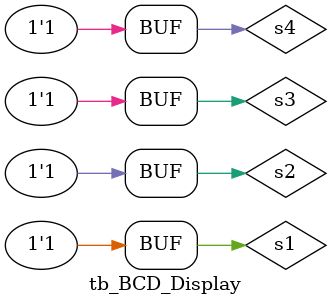
<source format=v>
`timescale 1ns / 1ps

module tb_BCD_Display;

    reg s1;
    reg s2;
    reg s3;
    reg s4;
    wire a;
    wire b;
    wire c;
    wire d;
    wire e;
    wire f;
    wire g;
    wire AN0;
    wire AN1;
    wire AN2;
    wire AN3;
    
    BCD_Display uut(
      .s1(s1),
      .s2(s2),
      .s3(s3),
      .s4(s4),
      .a(a),
      .b(b),
      .c(c),
      .d(d),
      .e(e),
      .f(f),
      .g(g),
      .AN0(AN0),
      .AN1(AN1),
      .AN2(AN2),
      .AN3(AN3)   
    );
    
    initial begin
    
        s1 = 0;
        s2 = 0;
        s3 = 0;
        s4 = 0;
        
        #50
        
        s1 = 0;
        s2 = 0;
        s3 = 0;
        s4 = 0;
        #50
        if ( s1 != 1'b0 || s2 != 1'b0 || s3 != 1'b0 || s4 != 1'b0 || a != 1'b1 || b != 1'b1 || c != 1'b1 || d != 1'b1 || e != 1'b1 || f != 1'b1 || g != 1'b0 )
            $display ("Result is wrong");
            
        s1 = 0;
        s2 = 0;
        s3 = 0;
        s4 = 1;
        #50
        if ( s1 != 1'b0 || s2 != 1'b0 || s3 != 1'b0 || s4 != 1'b1 || a != 1'b0 || b != 1'b1 || c != 1'b1 || d != 1'b0 || e != 1'b0 || f != 1'b0 || g != 1'b0 )
            $display ("Result is wrong");  
        
         s1 = 0;
         s2 = 0;
         s3 = 1;
         s4 = 0;
         #50
         if ( s1 != 1'b0 || s2 != 1'b0 || s3 != 1'b1 || s4 != 1'b0 || a != 1'b1 || b != 1'b1 || c != 1'b0 || d != 1'b1 || e != 1'b1 || f != 1'b0 || g != 1'b1 )
              $display ("Result is wrong");           
         
         s1 = 0;
         s2 = 0;
         s3 = 1;
         s4 = 1;
         #50
         if ( s1 != 1'b0 || s2 != 1'b0 || s3 != 1'b1 || s4 != 1'b1 || a != 1'b1 || b != 1'b1 || c != 1'b1 || d != 1'b1 || e != 1'b0 || f != 1'b0 || g != 1'b1 )
              $display ("Result is wrong");  
        
         s1 = 0;
         s2 = 1;
         s3 = 0;
         s4 = 0;
         #50
         if ( s1 != 1'b0 || s2 != 1'b1 || s3 != 1'b0 || s4 != 1'b0 || a != 1'b0 || b != 1'b1 || c != 1'b1 || d != 1'b0 || e != 1'b0 || f != 1'b1 || g != 1'b1 )
                $display ("Result is wrong"); 
                           
         s1 = 0;
         s2 = 1;
         s3 = 0;
         s4 = 1;
         #50
         if ( s1 != 1'b0 || s2 != 1'b1 || s3 != 1'b0 || s4 != 1'b1 || a != 1'b1 || b != 1'b0 || c != 1'b1 || d != 1'b1 || e != 1'b0 || f != 1'b1 || g != 1'b1 )
                $display ("Result is wrong");
                                        
                                        
         s1 = 0;
         s2 = 1;
         s3 = 1;
         s4 = 0;
         #50
         if ( s1 != 1'b0 || s2 != 1'b1 || s3 != 1'b1 || s4 != 1'b0 || a != 1'b1 || b != 1'b0 || c != 1'b1 || d != 1'b1 || e != 1'b1 || f != 1'b1 || g != 1'b1 )
             $display ("Result is wrong");                             
             
         s1 = 0;
         s2 = 1;
         s3 = 1;
         s4 = 1;
         #50
         if ( s1 != 1'b0 || s2 != 1'b1 || s3 != 1'b1 || s4 != 1'b1 || a != 1'b1 || b != 1'b1 || c != 1'b1 || d != 1'b0 || e != 1'b0 || f != 1'b0 || g != 1'b0 )
            $display ("Result is wrong"); 
         
         s1 = 1;
         s2 = 0;
         s3 = 0;
         s4 = 0;
         #50
         if ( s1 != 1'b1 || s2 != 1'b0 || s3 != 1'b0 || s4 != 1'b0 || a != 1'b1 || b != 1'b1 || c != 1'b1 || d != 1'b1 || e != 1'b1 || f != 1'b1 || g != 1'b1 )
            $display ("Result is wrong");     
            
         s1 = 1;
         s2 = 0;
         s3 = 0;
         s4 = 1;
         #50
         if ( s1 != 1'b1 || s2 != 1'b0 || s3 != 1'b0 || s4 != 1'b1 || a != 1'b1 || b != 1'b1 || c != 1'b1 || d != 1'b0 || e != 1'b0 || f != 1'b1 || g != 1'b1 )
            $display ("Result is wrong");
            
         s1 = 1;
         s2 = 0;
         s3 = 1;
         s4 = 0;
         #50
         if ( s1 != 1'b1 || s2 != 1'b0 || s3 != 1'b1 || s4 != 1'b0 || a != 1'b0 || b != 1'b0 || c != 1'b0 || d != 1'b0 || e != 1'b0 || f != 1'b0 || g != 1'b0 )
            $display ("Result is wrong"); 
                      
                      
        s1 = 1;
        s2 = 0;
        s3 = 1;
        s4 = 1;
        #50
        if ( s1 != 1'b1 || s2 != 1'b0 || s3 != 1'b1 || s4 != 1'b0 || a != 1'b0 || b != 1'b0 || c != 1'b0 || d != 1'b0 || e != 1'b0 || f != 1'b0 || g != 1'b0 )
            $display ("Result is wrong");  
            
        s1 = 1;
        s2 = 1;
        s3 = 0;
        s4 = 0;
        #50
        if ( s1 != 1'b1 || s2 != 1'b1 || s3 != 1'b0 || s4 != 1'b0 || a != 1'b0 || b != 1'b0 || c != 1'b0 || d != 1'b0 || e != 1'b0 || f != 1'b0 || g != 1'b0 )
                         $display ("Result is wrong");
        
        s1 = 1;
        s2 = 1;
        s3 = 0;
        s4 = 1;
        #50
        if ( s1 != 1'b1 || s2 != 1'b1 || s3 != 1'b0 || s4 != 1'b0 || a != 1'b0 || b != 1'b0 || c != 1'b0 || d != 1'b0 || e != 1'b0 || f != 1'b0 || g != 1'b0 )
                                              $display ("Result is wrong");

        s1 = 1;
        s2 = 1;
        s3 = 1;
        s4 = 0;
        #50
        if ( s1 != 1'b1 || s2 != 1'b1 || s3 != 1'b0 || s4 != 1'b0 || a != 1'b0 || b != 1'b0 || c != 1'b0 || d != 1'b0 || e != 1'b0 || f != 1'b0 || g != 1'b0 )
                                                                   $display ("Result is wrong");
        
        s1 = 1;
        s2 = 1;
        s3 = 1;
        s4 = 1;
        #50
        if ( s1 != 1'b1 || s2 != 1'b1 || s3 != 1'b0 || s4 != 1'b0 || a != 1'b0 || b != 1'b0 || c != 1'b0 || d != 1'b0 || e != 1'b0 || f != 1'b0 || g != 1'b0 )
                                                                                        $display ("Result is wrong");
        
                                                                                                                     
         end   
endmodule

</source>
